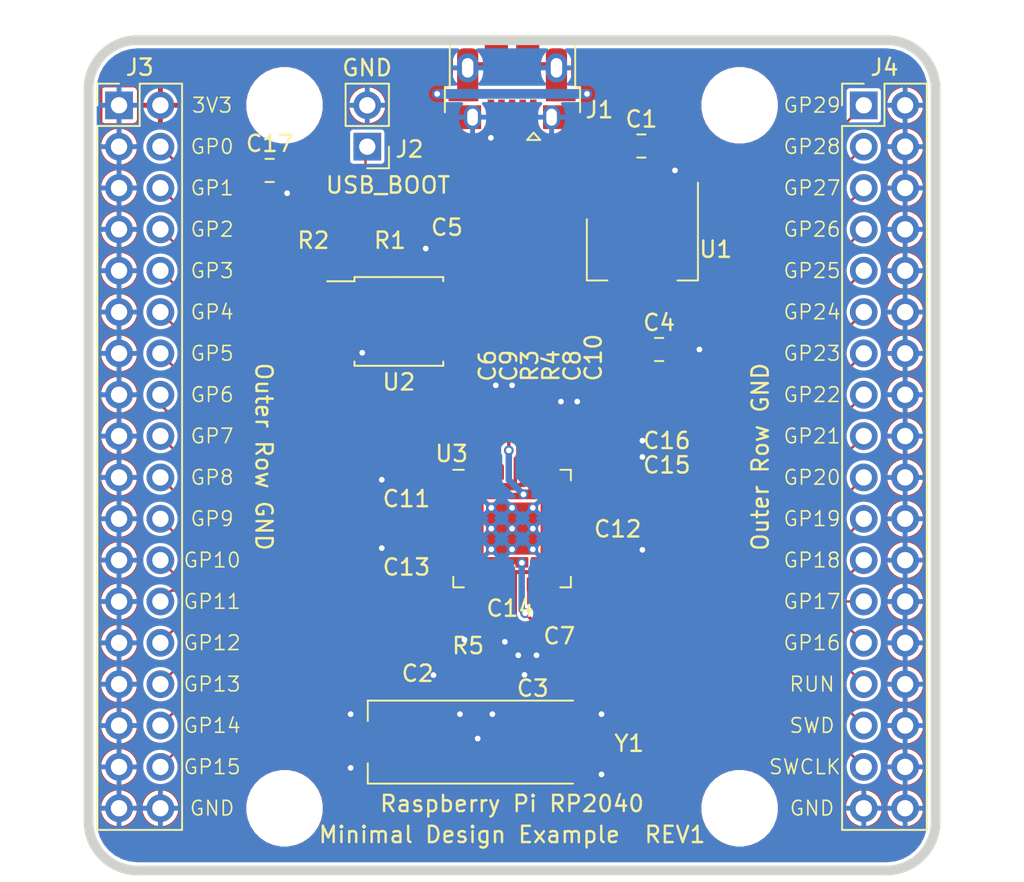
<source format=kicad_pcb>
(kicad_pcb (version 20211014) (generator pcbnew)
  (title_block (title "RP2040 Minimal Design Example") (date "2020-07-13") (rev "REV1") (company "Raspberry Pi (Trading) Ltd"))
  (layers (0 "F.Cu" signal) (31 "B.Cu" signal) (34 "B.Paste" user) (35 "F.Paste" user) (36 "B.SilkS" user "B.Silkscreen") (37 "F.SilkS" user "F.Silkscreen") (38 "B.Mask" user) (39 "F.Mask" user) (44 "Edge.Cuts" user))
  (net 0 "")
  (net 1 "GND")
  (net 2 "VBUS")
  (net 3 "/XIN")
  (net 4 "/XOUT")
  (net 5 "+3V3")
  (net 6 "+1V1")
  (net 7 "Net-(J1-Pad4)")
  (net 8 "/~{USB_BOOT}")
  (net 9 "/GPIO15")
  (net 10 "/GPIO14")
  (net 11 "/GPIO13")
  (net 12 "/GPIO12")
  (net 13 "/GPIO11")
  (net 14 "/GPIO10")
  (net 15 "/GPIO9")
  (net 16 "/GPIO8")
  (net 17 "/GPIO7")
  (net 18 "/GPIO6")
  (net 19 "/GPIO5")
  (net 20 "/GPIO4")
  (net 21 "/GPIO3")
  (net 22 "/GPIO2")
  (net 23 "/GPIO1")
  (net 24 "/GPIO0")
  (net 25 "/GPIO29_ADC3")
  (net 26 "/GPIO28_ADC2")
  (net 27 "/GPIO27_ADC1")
  (net 28 "/GPIO26_ADC0")
  (net 29 "/GPIO25")
  (net 30 "/GPIO24")
  (net 31 "/GPIO23")
  (net 32 "/GPIO22")
  (net 33 "/GPIO21")
  (net 34 "/GPIO20")
  (net 35 "/GPIO19")
  (net 36 "/GPIO18")
  (net 37 "/GPIO17")
  (net 38 "/GPIO16")
  (net 39 "/RUN")
  (net 40 "/SWD")
  (net 41 "/SWCLK")
  (net 42 "/QSPI_SS")
  (net 43 "Net-(R3-Pad2)")
  (net 44 "Net-(R4-Pad2)")
  (net 45 "/QSPI_SD3")
  (net 46 "/QSPI_SCLK")
  (net 47 "/QSPI_SD0")
  (net 48 "/QSPI_SD2")
  (net 49 "/QSPI_SD1")
  (net 50 "/USB_D+")
  (net 51 "/USB_D-")
  (net 52 "Net-(C3-Pad1)")
  (footprint "Capacitor_SMD:C_0805_2012Metric" (layer "F.Cu") (at 109.025 89)
    (fp_text reference "C4")
    (fp_text value "10u")
  )
  (footprint "RP2040_minimal:USB_Micro-B_Amphenol_10103594-0001LF_Horizontal_modified" (layer "F.Cu") (at 100 71.7 180)
    (fp_text reference "J1")
    (fp_text value "USB_B_Micro")
  )
  (footprint "Connector_PinHeader_2.54mm:PinHeader_1x02_P2.54mm_Vertical" (layer "F.Cu") (at 91.11 76.54 180)
    (fp_text reference "J2")
    (fp_text value "Conn_01x02")
  )
  (footprint "Connector_PinHeader_2.54mm:PinHeader_2x18_P2.54mm_Vertical" (layer "F.Cu") (at 75.87 74)
    (fp_text reference "J3")
    (fp_text value "Conn_02x18_Odd_Even")
  )
  (footprint "Capacitor_SMD:C_0402_1005Metric" (layer "F.Cu") (at 104 93.515 90)
    (fp_text reference "C10")
    (fp_text value "1u")
  )
  (footprint "Capacitor_SMD:C_0402_1005Metric" (layer "F.Cu") (at 103 93.515 90)
    (fp_text reference "C8")
    (fp_text value "1u")
  )
  (footprint "Capacitor_SMD:C_0402_1005Metric" (layer "F.Cu") (at 93.515 101.2 180)
    (fp_text reference "C13")
    (fp_text value "100n")
  )
  (footprint "Capacitor_SMD:C_0402_1005Metric" (layer "F.Cu") (at 96.185 82.83 180)
    (fp_text reference "C5")
    (fp_text value "100n")
  )
  (footprint "Capacitor_SMD:C_0402_1005Metric" (layer "F.Cu") (at 89.5 82.315 -90)
    (fp_text reference "R2")
    (fp_text value "DNF")
  )
  (footprint "Connector_PinHeader_2.54mm:PinHeader_2x18_P2.54mm_Vertical" (layer "F.Cu") (at 121.59 74)
    (fp_text reference "J4")
    (fp_text value "Conn_02x18_Odd_Even")
  )
  (footprint "Package_TO_SOT_SMD:SOT-223-3_TabPin2" (layer "F.Cu") (at 108 82.85 -90)
    (fp_text reference "U1")
    (fp_text value "NCP1117-3.3_SOT223")
  )
  (footprint "Package_SO:SOIC-8_5.23x5.23mm_P1.27mm" (layer "F.Cu") (at 93.05 87.275)
    (fp_text reference "U2")
    (fp_text value "W25Q128JVS")
  )
  (footprint "Capacitor_SMD:C_0402_1005Metric" (layer "F.Cu") (at 99.485 109)
    (fp_text reference "C3")
    (fp_text value "27p")
  )
  (footprint "Capacitor_SMD:C_0402_1005Metric" (layer "F.Cu") (at 91 82.315 90)
    (fp_text reference "R1")
    (fp_text value "1k")
  )
  (footprint "Capacitor_SMD:C_0402_1005Metric" (layer "F.Cu") (at 100 92.515 90)
    (fp_text reference "C9")
    (fp_text value "100n")
  )
  (footprint "Capacitor_SMD:C_0402_1005Metric" (layer "F.Cu") (at 106.485 101.2)
    (fp_text reference "C12")
    (fp_text value "100n")
  )
  (footprint "Capacitor_SMD:C_0402_1005Metric" (layer "F.Cu") (at 100.381 106.485 -90)
    (fp_text reference "C14")
    (fp_text value "100n")
  )
  (footprint "Capacitor_SMD:C_0402_1005Metric" (layer "F.Cu") (at 101 93.515 -90)
    (fp_text reference "R3")
    (fp_text value "27")
  )
  (footprint "Capacitor_SMD:C_0402_1005Metric" (layer "F.Cu") (at 101.5 106.485 -90)
    (fp_text reference "C7")
    (fp_text value "100n")
  )
  (footprint "Capacitor_SMD:C_0805_2012Metric" (layer "F.Cu") (at 107.9375 76.5)
    (fp_text reference "C1")
    (fp_text value "10u")
  )
  (footprint "Capacitor_SMD:C_0402_1005Metric" (layer "F.Cu") (at 93.515 97 180)
    (fp_text reference "C11")
    (fp_text value "100n")
  )
  (footprint "Capacitor_SMD:C_0402_1005Metric" (layer "F.Cu") (at 106.485 94.6)
    (fp_text reference "C16")
    (fp_text value "100n")
  )
  (footprint "RP2040_minimal:RP2040-QFN-56" (layer "F.Cu") (at 100 100)
    (fp_text reference "U3")
    (fp_text value "RP2040")
  )
  (footprint "Capacitor_SMD:C_0402_1005Metric" (layer "F.Cu") (at 96.515 109 180)
    (fp_text reference "C2")
    (fp_text value "27p")
  )
  (footprint "MountingHole:MountingHole_2.7mm_M2.5" (layer "F.Cu") (at 113.97 74)
    (fp_text reference "H2" hide)
    (fp_text value "MountingHole")
  )
  (footprint "Capacitor_SMD:C_0402_1005Metric" (layer "F.Cu") (at 102 93.515 -90)
    (fp_text reference "R4")
    (fp_text value "27")
  )
  (footprint "MountingHole:MountingHole_2.7mm_M2.5" (layer "F.Cu") (at 113.97 117.18)
    (fp_text reference "H3" hide)
    (fp_text value "MountingHole")
  )
  (footprint "Capacitor_SMD:C_0402_1005Metric" (layer "F.Cu") (at 99 92.515 90)
    (fp_text reference "C6")
    (fp_text value "100n")
  )
  (footprint "Capacitor_SMD:C_0402_1005Metric" (layer "F.Cu") (at 106.485 96)
    (fp_text reference "C15")
    (fp_text value "100n")
  )
  (footprint "Capacitor_SMD:C_0402_1005Metric" (layer "F.Cu") (at 98.7 107.115 -90)
    (fp_text reference "R5")
    (fp_text value "1k")
  )
  (footprint "MountingHole:MountingHole_2.7mm_M2.5" (layer "F.Cu") (at 86.03 74)
    (fp_text reference "H1" hide)
    (fp_text value "MountingHole")
  )
  (footprint "MountingHole:MountingHole_2.7mm_M2.5" (layer "F.Cu") (at 86.03 117.18)
    (fp_text reference "H4" hide)
    (fp_text value "MountingHole")
  )
  (footprint "RP2040_minimal:Crystal_SMD_HC49-US" (layer "F.Cu") (at 97.841 113.116)
    (fp_text reference "Y1")
    (fp_text value "ABLS-12.000MHZ-B4-T")
  )
  (footprint "Capacitor_SMD:C_0805_2012Metric" (layer "F.Cu") (at 85.115 78)
    (fp_text reference "C17")
    (fp_text value "10u")
  )
  (gr_line (start 123 121) (end 77 121) (layer "Edge.Cuts") (width 0.6))
  (gr_line (start 126 73) (end 126 118) (layer "Edge.Cuts") (width 0.6))
  (gr_line (start 77 70) (end 123 70) (layer "Edge.Cuts") (width 0.6))
  (gr_line (start 74 118) (end 74 73) (layer "Edge.Cuts") (width 0.6))
  (gr_arc (start 123 70) (mid 125.12132 70.87868) (end 126 73) (layer "Edge.Cuts") (width 0.6))
  (gr_arc (start 77 121) (mid 74.87868 120.12132) (end 74 118) (layer "Edge.Cuts") (width 0.6))
  (gr_arc (start 126 118) (mid 125.12132 120.12132) (end 123 121) (layer "Edge.Cuts") (width 0.6))
  (gr_arc (start 74 73) (mid 74.87868 70.87868) (end 77 70) (layer "Edge.Cuts") (width 0.6))
  (gr_text "GP1" (at 81.585 79.08) (layer "F.SilkS") (effects (font (size 0.9 0.9) (thickness 0.1))))
  (gr_text "GP2" (at 81.585 81.62) (layer "F.SilkS") (effects (font (size 0.9 0.9) (thickness 0.1))))
  (gr_text "GP3" (at 81.585 84.16) (layer "F.SilkS") (effects (font (size 0.9 0.9) (thickness 0.1))))
  (gr_text "GP4" (at 81.585 86.7) (layer "F.SilkS") (effects (font (size 0.9 0.9) (thickness 0.1))))
  (gr_text "GP5" (at 81.585 89.24) (layer "F.SilkS") (effects (font (size 0.9 0.9) (thickness 0.1))))
  (gr_text "GP6" (at 81.585 91.78) (layer "F.SilkS") (effects (font (size 0.9 0.9) (thickness 0.1))))
  (gr_text "GP7" (at 81.585 94.32) (layer "F.SilkS") (effects (font (size 0.9 0.9) (thickness 0.1))))
  (gr_text "GP8" (at 81.585 96.86) (layer "F.SilkS") (effects (font (size 0.9 0.9) (thickness 0.1))))
  (gr_text "GP9" (at 81.585 99.4) (layer "F.SilkS") (effects (font (size 0.9 0.9) (thickness 0.1))))
  (gr_text "GP11" (at 81.585 104.48) (layer "F.SilkS") (effects (font (size 0.9 0.9) (thickness 0.1))))
  (gr_text "GP10" (at 81.585 101.94) (layer "F.SilkS") (effects (font (size 0.9 0.9) (thickness 0.1))))
  (gr_text "GP12" (at 81.585 107.02) (layer "F.SilkS") (effects (font (size 0.9 0.9) (thickness 0.1))))
  (gr_text "GP13" (at 81.585 109.56) (layer "F.SilkS") (effects (font (size 0.9 0.9) (thickness 0.1))))
  (gr_text "GP15" (at 81.585 114.64) (layer "F.SilkS") (effects (font (size 0.9 0.9) (thickness 0.1))))
  (gr_text "GP14" (at 81.585 112.1) (layer "F.SilkS") (effects (font (size 0.9 0.9) (thickness 0.1))))
  (gr_text "GP28" (at 118.415 76.54) (layer "F.SilkS") (effects (font (size 0.9 0.9) (thickness 0.1))))
  (gr_text "GP27" (at 118.415 79.08) (layer "F.SilkS") (effects (font (size 0.9 0.9) (thickness 0.1))))
  (gr_text "GP26" (at 118.415 81.62) (layer "F.SilkS") (effects (font (size 0.9 0.9) (thickness 0.1))))
  (gr_text "GP25" (at 118.415 84.16) (layer "F.SilkS") (effects (font (size 0.9 0.9) (thickness 0.1))))
  (gr_text "GP24" (at 118.415 86.7) (layer "F.SilkS") (effects (font (size 0.9 0.9) (thickness 0.1))))
  (gr_text "GP23" (at 118.415 89.24) (layer "F.SilkS") (effects (font (size 0.9 0.9) (thickness 0.1))))
  (gr_text "GP21" (at 118.415 94.32) (layer "F.SilkS") (effects (font (size 0.9 0.9) (thickness 0.1))))
  (gr_text "GP20" (at 118.415 96.86) (layer "F.SilkS") (effects (font (size 0.9 0.9) (thickness 0.1))))
  (gr_text "GP19" (at 118.415 99.4) (layer "F.SilkS") (effects (font (size 0.9 0.9) (thickness 0.1))))
  (gr_text "GP17" (at 118.415 104.48) (layer "F.SilkS") (effects (font (size 0.9 0.9) (thickness 0.1))))
  (gr_text "GP22" (at 118.415 91.78) (layer "F.SilkS") (effects (font (size 0.9 0.9) (thickness 0.1))))
  (gr_text "GP18" (at 118.415 101.94) (layer "F.SilkS") (effects (font (size 0.9 0.9) (thickness 0.1))))
  (gr_text "SWCLK" (at 117.9705 114.64) (layer "F.SilkS") (effects (font (size 0.9 0.9) (thickness 0.1))))
  (gr_text "SWD" (at 118.415 112.1) (layer "F.SilkS") (effects (font (size 0.9 0.9) (thickness 0.1))))
  (gr_text "GP16" (at 118.415 107.02) (layer "F.SilkS") (effects (font (size 0.9 0.9) (thickness 0.1))))
  (gr_text "RUN" (at 118.415 109.56) (layer "F.SilkS") (effects (font (size 0.9 0.9) (thickness 0.1))))
  (gr_text "GND" (at 81.585 117.18) (layer "F.SilkS") (effects (font (size 0.9 0.9) (thickness 0.1))))
  (gr_text "GND" (at 118.415 117.18) (layer "F.SilkS") (effects (font (size 0.9 0.9) (thickness 0.1))))
  (gr_text "GP29" (at 118.415 74) (layer "F.SilkS") (effects (font (size 0.9 0.9) (thickness 0.1))))
  (gr_text "Outer Row GND" (at 84.76 95.59 270) (layer "F.SilkS") (effects (font (size 1 1))))
  (gr_text "Outer Row GND" (at 115.24 95.59 90) (layer "F.SilkS") (effects (font (size 1 1))))
  (gr_text "Raspberry Pi RP2040" (at 100 116.9) (layer "F.SilkS") (effects (font (size 1 1))))
  (gr_text "GND" (at 91.1 71.7) (layer "F.SilkS") (effects (font (size 1 1))))
  (gr_text "3V3" (at 81.585 74) (layer "F.SilkS") (effects (font (size 0.9 0.9) (thickness 0.1))))
  (gr_text "GP0" (at 81.585 76.54) (layer "F.SilkS") (effects (font (size 0.9 0.9) (thickness 0.1))))
  (gr_text "\nUSB_BOOT" (at 92.38 78.1) (layer "F.SilkS") (effects (font (size 1 1))))
  (gr_text "Minimal Design Example  REV1" (at 100 118.8) (layer "F.SilkS") (effects (font (size 1 1))))
  (segment (start 93.03 101.2) (end 92 101.2) (width 0.2) (layer "F.Cu") (net 1))
  (segment (start 99 92.03) (end 99 91.200008) (width 0.2) (layer "F.Cu") (net 1))
  (segment (start 99.5555 108.2655) (end 99.5555 108.0995) (width 0.15) (layer "F.Cu") (net 1))
  (segment (start 104 93.03) (end 104 92.2) (width 0.2) (layer "F.Cu") (net 1))
  (segment (start 89.45 89.18) (end 90.78 89.18) (width 0.2) (layer "F.Cu") (net 1))
  (segment (start 100 92.03) (end 100 91.2) (width 0.2) (layer "F.Cu") (net 1))
  (segment (start 106.97 96) (end 107.6 96) (width 0.15) (layer "F.Cu") (net 1))
  (segment (start 100.381 107.781984) (end 100.380994 107.78199) (width 0.2) (layer "F.Cu") (net 1))
  (segment (start 96.03 109) (end 95.174 109) (width 0.2) (layer "F.Cu") (net 1))
  (segment (start 95.375 82.8) (end 94.7 82.8) (width 0.2) (layer "F.Cu") (net 1))
  (segment (start 106.97 94.6) (end 108 94.6) (width 0.2) (layer "F.Cu") (net 1))
  (segment (start 98.7 74.6) (end 98.7 76) (width 0.2) (layer "F.Cu") (net 1))
  (segment (start 97.54 71.45) (end 97.27 71.72) (width 0.2) (layer "F.Cu") (net 1))
  (segment (start 103 93.03) (end 103 92.2) (width 0.2) (layer "F.Cu") (net 1))
  (segment (start 95.405 82.83) (end 95.375 82.8) (width 0.2) (layer "F.Cu") (net 1))
  (segment (start 110.3 79.7) (end 110.3 78.3) (width 0.2) (layer "F.Cu") (net 1))
  (segment (start 100.96 71.45) (end 102.46 71.45) (width 0.2) (layer "F.Cu") (net 1))
  (segment (start 99 113.35) (end 99 114.4) (width 0.2) (layer "F.Cu") (net 1))
  (segment (start 99.97 109) (end 100.7505 109) (width 0.15) (layer "F.Cu") (net 1))
  (segment (start 99.97 109) (end 99.97 108.68) (width 0.15) (layer "F.Cu") (net 1))
  (segment (start 86.14 78.95) (end 86.19 79) (width 0.15) (layer "F.Cu") (net 1))
  (segment (start 102.46 71.45) (end 102.73 71.72) (width 0.2) (layer "F.Cu") (net 1))
  (segment (start 96.8 111.65) (end 96.8 110.599974) (width 0.2) (layer "F.Cu") (net 1))
  (segment (start 108.875 76.5) (end 108.875 76.875) (width 0.2) (layer "F.Cu") (net 1))
  (segment (start 99 103.4375) (end 99 104.6545) (width 0.15) (layer "F.Cu") (net 1))
  (segment (start 99.97 108.68) (end 99.5555 108.2655) (width 0.15) (layer "F.Cu") (net 1))
  (segment (start 86.19 79) (end 86.19 79.1) (width 0.15) (layer "F.Cu") (net 1))
  (segment (start 99 104.6545) (end 97.079 106.5755) (width 0.15) (layer "F.Cu") (net 1))
  (segment (start 110.05 89) (end 111.5 89) (width 0.2) (layer "F.Cu") (net 1))
  (segment (start 107.075 101.305) (end 108 101.305) (width 0.2) (layer "F.Cu") (net 1))
  (segment (start 93.03 97) (end 92 97) (width 0.2) (layer "F.Cu") (net 1))
  (segment (start 100.7505 109) (end 100.762 108.9885) (width 0.15) (layer "F.Cu") (net 1))
  (segment (start 107.6 96) (end 108 95.6) (width 0.15) (layer "F.Cu") (net 1))
  (segment (start 99.04 71.45) (end 97.54 71.45) (width 0.2) (layer "F.Cu") (net 1))
  (segment (start 97.079 106.5755) (end 97.079 106.8295) (width 0.15) (layer "F.Cu") (net 1))
  (segment (start 100.381 106.97) (end 100.381 107.781984) (width 0.2) (layer "F.Cu") (net 1))
  (segment (start 108.875 76.875) (end 110 78) (width 0.2) (layer "F.Cu") (net 1))
  (segment (start 101.5 106.97) (end 101.5 107.782004) (width 0.2) (layer "F.Cu") (net 1))
  (segment (start 106.97 101.2) (end 107.075 101.305) (width 0.2) (layer "F.Cu") (net 1))
  (segment (start 86.14 78) (end 86.14 79.25) (width 0.15) (layer "F.Cu") (net 1))
  (segment (start 95.7 82.83) (end 95.405 82.83) (width 0.2) (layer "F.Cu") (net 1))
  (segment (start 90.78 89.18) (end 90.8 89.2) (width 0.2) (layer "F.Cu") (net 1))
  (segment (start 110.3 78.3) (end 110 78) (width 0.2) (layer "F.Cu") (net 1))
  (via (at 99.5555 106.9565) (size 0.6) (drill 0.35) (layers "F.Cu" "B.Cu") (net 1))
  (via (at 97.89 112.9) (size 0.6) (drill 0.35) (layers "F.Cu" "B.Cu") (net 1))
  (via (at 98.79 111.4) (size 0.6) (drill 0.35) (layers "F.Cu" "B.Cu") (net 1))
  (via (at 90.09 114.7) (size 0.6) (drill 0.35) (layers "F.Cu" "B.Cu") (net 1))
  (via (at 90.09 111.4) (size 0.6) (drill 0.35) (layers "F.Cu" "B.Cu") (net 1))
  (via (at 105.49 111.4) (size 0.6) (drill 0.35) (layers "F.Cu" "B.Cu") (net 1))
  (via (at 92 97) (size 0.6) (drill 0.35) (layers "F.Cu" "B.Cu") (net 1))
  (via (at 90.8 89.2) (size 0.6) (drill 0.35) (layers "F.Cu" "B.Cu") (net 1))
  (via (at 100 91.2) (size 0.6) (drill 0.35) (layers "F.Cu" "B.Cu") (net 1))
  (via (at 101.5 107.782004) (size 0.6) (drill 0.35) (layers "F.Cu" "B.Cu") (net 1))
  (via (at 86.19 79.4) (size 0.6) (drill 0.35) (layers "F.Cu" "B.Cu") (net 1))
  (via (at 92 101.2) (size 0.6) (drill 0.35) (layers "F.Cu" "B.Cu") (net 1))
  (via (at 105.49 115.1) (size 0.6) (drill 0.35) (layers "F.Cu" "B.Cu") (net 1))
  (via (at 95.174 109) (size 0.6) (drill 0.35) (layers "F.Cu" "B.Cu") (net 1))
  (via (at 110 78) (size 0.6) (drill 0.35) (layers "F.Cu" "B.Cu") (net 1))
  (via (at 100.380994 107.78199) (size 0.6) (drill 0.35) (layers "F.Cu" "B.Cu") (net 1))
  (via (at 97.079 106.8295) (size 0.6) (drill 0.35) (layers "F.Cu" "B.Cu") (net 1))
  (via (at 108 95.6) (size 0.6) (drill 0.35) (layers "F.Cu" "B.Cu") (net 1))
  (via (at 108 94.6) (size 0.6) (drill 0.35) (layers "F.Cu" "B.Cu") (net 1))
  (via (at 103 92.2) (size 0.6) (drill 0.35) (layers "F.Cu" "B.Cu") (net 1))
  (via (at 100.762 108.9885) (size 0.6) (drill 0.35) (layers "F.Cu" "B.Cu") (net 1))
  (via (at 108 101.305) (size 0.6) (drill 0.35) (layers "F.Cu" "B.Cu") (net 1))
  (via (at 104 92.2) (size 0.6) (drill 0.35) (layers "F.Cu" "B.Cu") (net 1))
  (via (at 98.7 76) (size 0.6) (drill 0.35) (layers "F.Cu" "B.Cu") (net 1))
  (via (at 111.5 89) (size 0.6) (drill 0.35) (layers "F.Cu" "B.Cu") (net 1))
  (via (at 99 91.200008) (size 0.6) (drill 0.35) (layers "F.Cu" "B.Cu") (net 1))
  (via (at 94.7 82.8) (size 0.6) (drill 0.35) (layers "F.Cu" "B.Cu") (net 1))
  (via (at 96.8 111.4) (size 0.6) (drill 0.35) (layers "F.Cu" "B.Cu") (net 1))
  (segment (start 104 93) (end 103.8 93) (width 0.2) (layer "B.Cu") (net 1))
  (segment (start 103.8 93) (end 103.299999 92.499999) (width 0.2) (layer "B.Cu") (net 1))
  (segment (start 103.299999 92.499999) (end 103 92.2) (width 0.2) (layer "B.Cu") (net 1))
  (segment (start 101.3 74.525) (end 101.3 75.5) (width 0.4) (layer "F.Cu") (net 2))
  (segment (start 101.3 75.5) (end 102.1 76.3) (width 0.4) (layer "F.Cu") (net 2))
  (segment (start 96.317 113.116) (end 93.341 113.116) (width 0.15) (layer "F.Cu") (net 3))
  (segment (start 97.8 108.2) (end 97 109) (width 0.15) (layer "F.Cu") (net 3))
  (segment (start 99.4 103.4375) (end 99.4 104.937861) (width 0.15) (layer "F.Cu") (net 3))
  (segment (start 97 109) (end 97.6505 109.6505) (width 0.15) (layer "F.Cu") (net 3))
  (segment (start 97.6505 109.6505) (end 97.6505 111.7825) (width 0.15) (layer "F.Cu") (net 3))
  (segment (start 97.8 106.537861) (end 97.8 108.2) (width 0.15) (layer "F.Cu") (net 3))
  (segment (start 97.6505 111.7825) (end 96.317 113.116) (width 0.15) (layer "F.Cu") (net 3))
  (segment (start 99.4 104.937861) (end 97.8 106.537861) (width 0.15) (layer "F.Cu") (net 3))
  (segment (start 98.7 106.2) (end 98.7 106.63) (width 0.15) (layer "F.Cu") (net 4))
  (segment (start 99.8 103.4375) (end 99.8 105.1) (width 0.15) (layer "F.Cu") (net 4))
  (segment (start 99.8 105.1) (end 98.7 106.2) (width 0.15) (layer "F.Cu") (net 4))
  (segment (start 96.5625 101) (end 94.2 101) (width 0.2) (layer "F.Cu") (net 5))
  (segment (start 100.2 105.5055) (end 100.381 105.6865) (width 0.2) (layer "F.Cu") (net 5))
  (segment (start 100.2 95.7) (end 100.2 96.5625) (width 0.2) (layer "F.Cu") (net 5))
  (segment (start 100.9525 106.2515) (end 100.9525 108.163) (width 0.15) (layer "F.Cu") (net 5))
  (segment (start 100.381 106) (end 100.701 106) (width 0.15) (layer "F.Cu") (net 5))
  (segment (start 100.2 97.4) (end 100.2 97) (width 0.2) (layer "F.Cu") (net 5))
  (segment (start 102.2 96.5625) (end 102.2 96.1) (width 0.2) (layer "F.Cu") (net 5))
  (segment (start 102.2 96.1) (end 103.6 94.7) (width 0.2) (layer "F.Cu") (net 5))
  (segment (start 102.2 96.5625) (end 102.2 97.2) (width 0.2) (layer "F.Cu") (net 5))
  (segment (start 103.4375 101) (end 102.6 101) (width 0.2) (layer "F.Cu") (net 5))
  (segment (start 100.6 96.5625) (end 100.6 95.799998) (width 0.2) (layer "F.Cu") (net 5))
  (segment (start 100.350001 95.549999) (end 100.2 95.7) (width 0.2) (layer "F.Cu") (net 5))
  (segment (start 100.6 97.2) (end 100.4 97.4) (width 0.2) (layer "F.Cu") (net 5))
  (segment (start 94.2 101) (end 94 101.2) (width 0.2) (layer "F.Cu") (net 5))
  (segment (start 96.5625 101) (end 97.4 101) (width 0.2) (layer "F.Cu") (net 5))
  (segment (start 102.2 97.2) (end 102.4 97.4) (width 0.2) (layer "F.Cu") (net 5))
  (segment (start 105.8 101) (end 106 101.2) (width 0.2) (layer "F.Cu") (net 5))
  (segment (start 100.381 105.6865) (end 100.381 106) (width 0.2) (layer "F.Cu") (net 5))
  (segment (start 96.5625 97.4) (end 95.7 97.4) (width 0.2) (layer "F.Cu") (net 5))
  (segment (start 101.096505 108.307005) (end 102.141995 108.307005) (width 0.15) (layer "F.Cu") (net 5))
  (segment (start 100.2 103.4375) (end 100.2 105.5055) (width 0.2) (layer "F.Cu") (net 5))
  (segment (start 96.65 85.37) (end 96.65 82.85) (width 0.2) (layer "F.Cu") (net 5))
  (segment (start 108 86) (end 108 89) (width 0.2) (layer "F.Cu") (net 5))
  (segment (start 100 93) (end 100 93.762534) (width 0.2) (layer "F.Cu") (net 5))
  (segment (start 103.4375 97.4) (end 102.6 97.4) (width 0.2) (layer "F.Cu") (net 5))
  (segment (start 100.2 103.4375) (end 100.2 102.8) (width 0.2) (layer "F.Cu") (net 5))
  (segment (start 100.6 96.5625) (end 100.6 97.2) (width 0.2) (layer "F.Cu") (net 5))
  (segment (start 100.701 106) (end 100.9525 106.2515) (width 0.15) (layer "F.Cu") (net 5))
  (segment (start 100.6 95.799998) (end 100.350001 95.549999) (width 0.2) (layer "F.Cu") (net 5))
  (segment (start 96.65 82.85) (end 96.67 82.83) (width 0.2) (layer "F.Cu") (net 5))
  (segment (start 100.350001 94.112535) (end 100.350001 95.549999) (width 0.2) (layer "F.Cu") (net 5))
  (segment (start 100.2 102.8) (end 100 102.6) (width 0.2) (layer "F.Cu") (net 5))
  (segment (start 100 93.762534) (end 100.350001 94.112535) (width 0.2) (layer "F.Cu") (net 5))
  (segment (start 100.2 96.5625) (end 100.2 97.4) (width 0.2) (layer "F.Cu") (net 5))
  (segment (start 74.7 72.9) (end 74.7 75.2) (width 0.3) (layer "F.Cu") (net 5))
  (segment (start 103.4375 101) (end 105.8 101) (width 0.2) (layer "F.Cu") (net 5))
  (segment (start 96.5625 97.4) (end 97.4 97.4) (width 0.2) (layer "F.Cu") (net 5))
  (segment (start 102.6 96.5625) (end 102.6 97.4) (width 0.2) (layer "F.Cu") (net 5))
  (segment (start 100.9525 108.163) (end 101.096505 108.307005) (width 0.15) (layer "F.Cu") (net 5))
  (via (at 104.6 73.3) (size 0.6) (drill 0.35) (layers "F.Cu" "B.Cu") (net 5))
  (via (at 95.4 73.3) (size 0.6) (drill 0.35) (layers "F.Cu" "B.Cu") (net 5))
  (segment (start 104.6 73.3) (end 95.4 73.3) (width 0.6) (layer "B.Cu") (net 5))
  (segment (start 99.8 96.5625) (end 99.8 95.199994) (width 0.2) (layer "F.Cu") (net 6))
  (segment (start 100.6 103.4375) (end 100.6 105) (width 0.2) (layer "F.Cu") (net 6))
  (segment (start 100.5 97.9) (end 100.7 97.9) (width 0.15) (layer "F.Cu") (net 6))
  (segment (start 101.8 95.8) (end 103 94.6) (width 0.2) (layer "F.Cu") (net 6))
  (segment (start 103 94.6) (end 103 94) (width 0.2) (layer "F.Cu") (net 6))
  (segment (start 100.4 98) (end 100.5 97.9) (width 0.15) (layer "F.Cu") (net 6))
  (segment (start 101.5 106) (end 101.5 105.9) (width 0.2) (layer "F.Cu") (net 6))
  (segment (start 99 93.295) (end 99.8 94.095) (width 0.2) (layer "F.Cu") (net 6))
  (segment (start 100.6 105) (end 100.8 105.2) (width 0.2) (layer "F.Cu") (net 6))
  (segment (start 99 93) (end 99 93.295) (width 0.2) (layer "F.Cu") (net 6))
  (segment (start 99.8 94.095) (end 99.8 94.77573) (width 0.2) (layer "F.Cu") (net 6))
  (segment (start 101.5 105.9) (end 100.8 105.2) (width 0.2) (layer "F.Cu") (net 6))
  (segment (start 99.8 94.77573) (end 99.8 95.199994) (width 0.2) (layer "F.Cu") (net 6))
  (segment (start 101.8 96.5625) (end 101.8 97.4) (width 0.2) (layer "F.Cu") (net 6))
  (segment (start 101.8 96.5625) (end 101.8 95.8) (width 0.2) (layer "F.Cu") (net 6))
  (via (at 99.8 95.199994) (size 0.6) (drill 0.35) (layers "F.Cu" "B.Cu") (net 6))
  (via (at 100.7 97.9) (size 0.6) (drill 0.35) (layers "F.Cu" "B.Cu") (net 6))
  (via (at 100.8 105.2) (size 0.6) (drill 0.35) (layers "F.Cu" "B.Cu") (net 6))
  (via (at 100.59997 102.1) (size 0.6) (drill 0.35) (layers "F.Cu" "B.Cu") (net 6))
  (segment (start 100.8 105.2) (end 100.59 104.99) (width 0.4) (layer "B.Cu") (net 6))
  (segment (start 99.8 97.01) (end 100.69 97.9) (width 0.4) (layer "B.Cu") (net 6))
  (segment (start 100.59 104.99) (end 100.59 102.10997) (width 0.4) (layer "B.Cu") (net 6))
  (segment (start 99.8 95.199994) (end 99.8 97.01) (width 0.4) (layer "B.Cu") (net 6))
  (segment (start 100.69 97.9) (end 100.7 97.9) (width 0.4) (layer "B.Cu") (net 6))
  (segment (start 100.59 102.10997) (end 100.59997 102.1) (width 0.4) (layer "B.Cu") (net 6))
  (segment (start 91 76.65) (end 91.11 76.54) (width 0.15) (layer "F.Cu") (net 8))
  (segment (start 91 81.83) (end 91 76.65) (width 0.15) (layer "F.Cu") (net 8))
  (segment (start 96.687861 106.35) (end 86.7 106.35) (width 0.15) (layer "F.Cu") (net 9))
  (segment (start 86.7 106.35) (end 78.41 114.64) (width 0.15) (layer "F.Cu") (net 9))
  (segment (start 98.6 104.437861) (end 96.687861 106.35) (width 0.15) (layer "F.Cu") (net 9))
  (segment (start 98.6 103.4375) (end 98.6 104.437861) (width 0.15) (layer "F.Cu") (net 9))
  (segment (start 98.2 103.4375) (end 98.2 104.19) (width 0.15) (layer "F.Cu") (net 10))
  (segment (start 96.675 105.715) (end 84.795 105.715) (width 0.15) (layer "F.Cu") (net 10))
  (segment (start 98.2 104.19) (end 96.675 105.715) (width 0.15) (layer "F.Cu") (net 10))
  (segment (start 84.795 105.715) (end 78.41 112.1) (width 0.15) (layer "F.Cu") (net 10))
  (segment (start 82.89 105.08) (end 78.41 109.56) (width 0.15) (layer "F.Cu") (net 11))
  (segment (start 96.595 105.08) (end 82.89 105.08) (width 0.15) (layer "F.Cu") (net 11))
  (segment (start 97.8 103.4375) (end 97.8 103.875) (width 0.15) (layer "F.Cu") (net 11))
  (segment (start 97.8 103.875) (end 96.595 105.08) (width 0.15) (layer "F.Cu") (net 11))
  (segment (start 97.3 103.5375) (end 97.0975 103.5375) (width 0.15) (layer "F.Cu") (net 12))
  (segment (start 97.4 103.4375) (end 97.3 103.5375) (width 0.15) (layer "F.Cu") (net 12))
  (segment (start 96.19 104.445) (end 80.985 104.445) (width 0.15) (layer "F.Cu") (net 12))
  (segment (start 97.0975 103.5375) (end 96.19 104.445) (width 0.15) (layer "F.Cu") (net 12))
  (segment (start 80.985 104.445) (end 78.41 107.02) (width 0.15) (layer "F.Cu") (net 12))
  (segment (start 96.13 102.6) (end 94.92 103.81) (width 0.15) (layer "F.Cu") (net 13))
  (segment (start 94.92 103.81) (end 79.08 103.81) (width 0.15) (layer "F.Cu") (net 13))
  (segment (start 96.5625 102.6) (end 96.13 102.6) (width 0.15) (layer "F.Cu") (net 13))
  (segment (start 79.08 103.81) (end 78.41 104.48) (width 0.15) (layer "F.Cu") (net 13))
  (segment (start 96.5625 102.2) (end 95.26 102.2) (width 0.15) (layer "F.Cu") (net 14))
  (segment (start 95.26 102.2) (end 94.285 103.175) (width 0.15) (layer "F.Cu") (net 14))
  (segment (start 94.285 103.175) (end 79.645 103.175) (width 0.15) (layer "F.Cu") (net 14))
  (segment (start 79.645 103.175) (end 78.41 101.94) (width 0.15) (layer "F.Cu") (net 14))
  (segment (start 96.5625 101.8) (end 95.025 101.8) (width 0.15) (layer "F.Cu") (net 15))
  (segment (start 95.025 101.8) (end 94.285 102.54) (width 0.15) (layer "F.Cu") (net 15))
  (segment (start 81.55 102.54) (end 78.41 99.4) (width 0.15) (layer "F.Cu") (net 15))
  (segment (start 94.285 102.54) (end 81.55 102.54) (width 0.15) (layer "F.Cu") (net 15))
  (segment (start 94.285 101.905) (end 83.455 101.905) (width 0.15) (layer "F.Cu") (net 16))
  (segment (start 96.5625 101.4) (end 94.79 101.4) (width 0.15) (layer "F.Cu") (net 16))
  (segment (start 94.79 101.4) (end 94.285 101.905) (width 0.15) (layer "F.Cu") (net 16))
  (segment (start 83.455 101.905) (end 78.41 96.86) (width 0.15) (layer "F.Cu") (net 16))
  (segment (start 96.5625 100.6) (end 84.69 100.6) (width 0.15) (layer "F.Cu") (net 17))
  (segment (start 84.69 100.6) (end 78.41 94.32) (width 0.15) (layer "F.Cu") (net 17))
  (segment (start 86.23 100.2) (end 78.41 92.38) (width 0.15) (layer "F.Cu") (net 18))
  (segment (start 78.41 92.38) (end 78.41 91.78) (width 0.15) (layer "F.Cu") (net 18))
  (segment (start 96.5625 100.2) (end 86.23 100.2) (width 0.15) (layer "F.Cu") (net 18))
  (segment (start 96.5625 99.8) (end 87.1 99.8) (width 0.15) (layer "F.Cu") (net 19))
  (segment (start 87.1 99.8) (end 79.68 92.38) (width 0.15) (layer "F.Cu") (net 19))
  (segment (start 79.68 92.38) (end 79.68 90.51) (width 0.15) (layer "F.Cu") (net 19))
  (segment (start 79.68 90.51) (end 78.41 89.24) (width 0.15) (layer "F.Cu") (net 19))
  (segment (start 87.97 99.4) (end 80.95 92.38) (width 0.15) (layer "F.Cu") (net 20))
  (segment (start 80.95 92.38) (end 80.95 89.24) (width 0.15) (layer "F.Cu") (net 20))
  (segment (start 80.95 89.24) (end 78.41 86.7) (width 0.15) (layer "F.Cu") (net 20))
  (segment (start 96.5625 99.4) (end 87.97 99.4) (width 0.15) (layer "F.Cu") (net 20))
  (segment (start 78.4275 84.16) (end 78.41 84.16) (width 0.15) (layer "F.Cu") (net 21))
  (segment (start 82.22 92.38) (end 82.22 87.9525) (width 0.15) (layer "F.Cu") (net 21))
  (segment (start 96.5625 99) (end 88.84 99) (width 0.15) (layer "F.Cu") (net 21))
  (segment (start 88.84 99) (end 82.22 92.38) (width 0.15) (layer "F.Cu") (net 21))
  (segment (start 82.22 87.9525) (end 78.4275 84.16) (width 0.15) (layer "F.Cu") (net 21))
  (segment (start 89.71 98.6) (end 83.49 92.38) (width 0.15) (layer "F.Cu") (net 22))
  (segment (start 96.5625 98.6) (end 89.71 98.6) (width 0.15) (layer "F.Cu") (net 22))
  (segment (start 83.49 92.38) (end 83.49 86.6825) (width 0.15) (layer "F.Cu") (net 22))
  (segment (start 83.49 86.6825) (end 78.4275 81.62) (width 0.15) (layer "F.Cu") (net 22))
  (segment (start 78.4275 81.62) (end 78.41 81.62) (width 0.15) (layer "F.Cu") (net 22))
  (segment (start 84.76 85.4125) (end 78.4275 79.08) (width 0.15) (layer "F.Cu") (net 23))
  (segment (start 96.5625 98.2) (end 90.58 98.2) (width 0.15) (layer "F.Cu") (net 23))
  (segment (start 84.76 92.38) (end 84.76 85.4125) (width 0.15) (layer "F.Cu") (net 23))
  (segment (start 90.58 98.2) (end 84.76 92.38) (width 0.15) (layer "F.Cu") (net 23))
  (segment (start 78.4275 79.08) (end 78.41 79.08) (width 0.15) (layer "F.Cu") (net 23))
  (segment (start 91.45 97.8) (end 86.03 92.38) (width 0.15) (layer "F.Cu") (net 24))
  (segment (start 96.5625 97.8) (end 91.45 97.8) (width 0.15) (layer "F.Cu") (net 24))
  (segment (start 86.03 92.38) (end 86.03 84.16) (width 0.15) (layer "F.Cu") (net 24))
  (segment (start 86.03 84.16) (end 78.41 76.54) (width 0.15) (layer "F.Cu") (net 24))
  (segment (start 112.065 83.51625) (end 121.58125 74) (width 0.15) (layer "F.Cu") (net 25))
  (segment (start 121.58125 74) (end 121.59 74) (width 0.15) (layer "F.Cu") (net 25))
  (segment (start 103.4375 97.8) (end 106.645 97.8) (width 0.15) (layer "F.Cu") (net 25))
  (segment (start 112.065 92.38) (end 112.065 83.51625) (width 0.15) (layer "F.Cu") (net 25))
  (segment (start 106.645 97.8) (end 112.065 92.38) (width 0.15) (layer "F.Cu") (net 25))
  (segment (start 107.515 98.2) (end 113.335 92.38) (width 0.15) (layer "F.Cu") (net 26))
  (segment (start 113.335 84.795) (end 120.93 77.2) (width 0.15) (layer "F.Cu") (net 26))
  (segment (start 103.4375 98.2) (end 107.515 98.2) (width 0.15) (layer "F.Cu") (net 26))
  (segment (start 120.93 77.2) (end 121.59 76.54) (width 0.15) (layer "F.Cu") (net 26))
  (segment (start 113.335 92.38) (end 113.335 84.795) (width 0.15) (layer "F.Cu") (net 26))
  (segment (start 103.4375 98.6) (end 108.385 98.6) (width 0.15) (layer "F.Cu") (net 27))
  (segment (start 120.92 79.75) (end 121.59 79.08) (width 0.15) (layer "F.Cu") (net 27))
  (segment (start 114.605 86.065) (end 120.92 79.75) (width 0.15) (layer "F.Cu") (net 27))
  (segment (start 114.605 92.38) (end 114.605 86.065) (width 0.15) (layer "F.Cu") (net 27))
  (segment (start 108.385 98.6) (end 114.605 92.38) (width 0.15) (layer "F.Cu") (net 27))
  (segment (start 115.875 92.3975) (end 115.875 87.335) (width 0.15) (layer "F.Cu") (net 28))
  (segment (start 103.4375 99) (end 109.2725 99) (width 0.15) (layer "F.Cu") (net 28))
  (segment (start 109.2725 99) (end 115.875 92.3975) (width 0.15) (layer "F.Cu") (net 28))
  (segment (start 120.92 82.29) (end 121.59 81.62) (width 0.15) (layer "F.Cu") (net 28))
  (segment (start 115.875 87.335) (end 120.92 82.29) (width 0.15) (layer "F.Cu") (net 28))
  (segment (start 117.145 88.605) (end 120.92 84.83) (width 0.15) (layer "F.Cu") (net 29))
  (segment (start 120.92 84.83) (end 121.59 84.16) (width 0.15) (layer "F.Cu") (net 29))
  (segment (start 110.125 99.4) (end 117.145 92.38) (width 0.15) (layer "F.Cu") (net 29))
  (segment (start 103.4375 99.4) (end 110.125 99.4) (width 0.15) (layer "F.Cu") (net 29))
  (segment (start 117.145 92.38) (end 117.145 88.605) (width 0.15) (layer "F.Cu") (net 29))
  (segment (start 120.92 87.37) (end 121.59 86.7) (width 0.15) (layer "F.Cu") (net 30))
  (segment (start 110.995 99.8) (end 118.415 92.38) (width 0.15) (layer "F.Cu") (net 30))
  (segment (start 118.415 92.38) (end 118.415 89.875) (width 0.15) (layer "F.Cu") (net 30))
  (segment (start 118.415 89.875) (end 120.92 87.37) (width 0.15) (layer "F.Cu") (net 30))
  (segment (start 103.4375 99.8) (end 110.995 99.8) (width 0.15) (layer "F.Cu") (net 30))
  (segment (start 111.865 100.2) (end 105.2 100.2) (width 0.15) (layer "F.Cu") (net 31))
  (segment (start 119.685 92.38) (end 111.865 100.2) (width 0.15) (layer "F.Cu") (net 31))
  (segment (start 105.2 100.2) (end 103.4375 100.2) (width 0.15) (layer "F.Cu") (net 31))
  (segment (start 121.59 89.24) (end 119.685 91.145) (width 0.15) (layer "F.Cu") (net 31))
  (segment (start 119.685 91.145) (end 119.685 92.38) (width 0.15) (layer "F.Cu") (net 31))
  (segment (start 120.32 93.05) (end 121.59 91.78) (width 0.15) (layer "F.Cu") (net 32))
  (segment (start 103.4375 100.6) (end 112.77 100.6) (width 0.15) (layer "F.Cu") (net 32))
  (segment (start 112.77 100.6) (end 120.32 93.05) (width 0.15) (layer "F.Cu") (net 32))
  (segment (start 120.32 95.59) (end 121.59 94.32) (width 0.15) (layer "F.Cu") (net 33))
  (segment (start 113.97 101.94) (end 120.32 95.59) (width 0.15) (layer "F.Cu") (net 33))
  (segment (start 103.4375 101.4) (end 104.56875 101.4) (width 0.15) (layer "F.Cu") (net 33))
  (segment (start 104.56875 101.4) (end 105.10875 101.94) (width 0.15) (layer "F.Cu") (net 33))
  (segment (start 105.10875 101.94) (end 113.97 101.94) (width 0.15) (layer "F.Cu") (net 33))
  (segment (start 103.4375 101.8) (end 104.305 101.8) (width 0.15) (layer "F.Cu") (net 34))
  (segment (start 120.32 98.13) (end 121.59 96.86) (width 0.15) (layer "F.Cu") (net 34))
  (segment (start 115.875 102.575) (end 120.32 98.13) (width 0.15) (layer "F.Cu") (net 34))
  (segment (start 104.305 101.8) (end 105.08 102.575) (width 0.15) (layer "F.Cu") (net 34))
  (segment (start 105.08 102.575) (end 115.875 102.575) (width 0.15) (layer "F.Cu") (net 34))
  (segment (start 103.4375 102.2) (end 104.07 102.2) (width 0.15) (layer "F.Cu") (net 35))
  (segment (start 117.78 103.21) (end 120.32 100.67) (width 0.15) (layer "F.Cu") (net 35))
  (segment (start 120.32 100.67) (end 121.59 99.4) (width 0.15) (layer "F.Cu") (net 35))
  (segment (start 105.08 103.21) (end 117.78 103.21) (width 0.15) (layer "F.Cu") (net 35))
  (segment (start 104.07 102.2) (end 105.08 103.21) (width 0.15) (layer "F.Cu") (net 35))
  (segment (start 121.59 101.94) (end 119.685 103.845) (width 0.15) (layer "F.Cu") (net 36))
  (segment (start 105.08 103.845) (end 103.835 102.6) (width 0.15) (layer "F.Cu") (net 36))
  (segment (start 103.835 102.6) (end 103.4375 102.6) (width 0.15) (layer "F.Cu") (net 36))
  (segment (start 119.685 103.845) (end 105.08 103.845) (width 0.15) (layer "F.Cu") (net 36))
  (segment (start 102.6 103.4375) (end 103.342681 103.4375) (width 0.15) (layer "F.Cu") (net 37))
  (segment (start 104.385181 104.48) (end 121.59 104.48) (width 0.15) (layer "F.Cu") (net 37))
  (segment (start 103.342681 103.4375) (end 104.385181 104.48) (width 0.15) (layer "F.Cu") (net 37))
  (segment (start 119.685 105.115) (end 103.315 105.115) (width 0.15) (layer "F.Cu") (net 38))
  (segment (start 121.59 107.02) (end 119.685 105.115) (width 0.15) (layer "F.Cu") (net 38))
  (segment (start 103.315 105.115) (end 102.2 104) (width 0.15) (layer "F.Cu") (net 38))
  (segment (start 102.2 104) (end 102.2 103.4375) (width 0.15) (layer "F.Cu") (net 38))
  (segment (start 101.8 104.2) (end 101.8 103.4375) (width 0.15) (layer "F.Cu") (net 39))
  (segment (start 121.59 109.56) (end 117.78 105.75) (width 0.15) (layer "F.Cu") (net 39))
  (segment (start 117.78 105.75) (end 103.35 105.75) (width 0.15) (layer "F.Cu") (net 39))
  (segment (start 103.35 105.75) (end 101.8 104.2) (width 0.15) (layer "F.Cu") (net 39))
  (segment (start 101.4 104.4) (end 101.4 103.4375) (width 0.15) (layer "F.Cu") (net 40))
  (segment (start 115.875 106.385) (end 103.385 106.385) (width 0.15) (layer "F.Cu") (net 40))
  (segment (start 121.59 112.1) (end 115.875 106.385) (width 0.15) (layer "F.Cu") (net 40))
  (segment (start 103.385 106.385) (end 101.4 104.4) (width 0.15) (layer "F.Cu") (net 40))
  (segment (start 121.59 114.64) (end 113.97 107.02) (width 0.15) (layer "F.Cu") (net 41))
  (segment (start 103.408501 107.02) (end 101 104.611499) (width 0.15) (layer "F.Cu") (net 41))
  (segment (start 113.97 107.02) (end 103.408501 107.02) (width 0.15) (layer "F.Cu") (net 41))
  (segment (start 101 104.611499) (end 101 103.4375) (width 0.15) (layer "F.Cu") (net 41))
  (segment (start 89.5 82.8) (end 91 82.8) (width 0.15) (layer "F.Cu") (net 42))
  (segment (start 87.5 86.8) (end 87.5 90.2) (width 0.15) (layer "F.Cu") (net 42))
  (segment (start 89.45 82.85) (end 89.5 82.8) (width 0.15) (layer "F.Cu") (net 42))
  (segment (start 89.45 85.37) (end 88.93 85.37) (width 0.15) (layer "F.Cu") (net 42))
  (segment (start 97.4 96.6) (end 97.4 96.6275) (width 0.15) (layer "F.Cu") (net 42))
  (segment (start 87.5 90.2) (end 88.6 91.3) (width 0.15) (layer "F.Cu") (net 42))
  (segment (start 88.93 85.37) (end 87.5 86.8) (width 0.15) (layer "F.Cu") (net 42))
  (segment (start 88.6 91.3) (end 92.3 91.3) (width 0.15) (layer "F.Cu") (net 42))
  (segment (start 92.3 91.3) (end 97.4 96.4) (width 0.15) (layer "F.Cu") (net 42))
  (segment (start 97.4 96.4) (end 97.4 96.6) (width 0.15) (layer "F.Cu") (net 42))
  (segment (start 89.45 85.37) (end 89.45 82.85) (width 0.15) (layer "F.Cu") (net 42))
  (segment (start 101 96.5625) (end 101 94) (width 0.2) (layer "F.Cu") (net 43))
  (segment (start 101.4 95.3) (end 102 94.7) (width 0.2) (layer "F.Cu") (net 44))
  (segment (start 102 94.7) (end 102 94) (width 0.2) (layer "F.Cu") (net 44))
  (segment (start 101.4 96.5625) (end 101.4 95.3) (width 0.2) (layer "F.Cu") (net 44))
  (segment (start 99.251321 95.976321) (end 99.251321 94.251321) (width 0.15) (layer "F.Cu") (net 45))
  (segment (start 99.4 96.125) (end 99.251321 95.976321) (width 0.15) (layer "F.Cu") (net 45))
  (segment (start 97.24 86.64) (end 96.65 86.64) (width 0.15) (layer "F.Cu") (net 45))
  (segment (start 97.9 91.1) (end 98.4 90.6) (width 0.15) (layer "F.Cu") (net 45))
  (segment (start 98.4 87.8) (end 97.24 86.64) (width 0.15) (layer "F.Cu") (net 45))
  (segment (start 97.9 92.9) (end 97.9 91.1) (width 0.15) (layer "F.Cu") (net 45))
  (segment (start 99.4 96.5625) (end 99.4 96.125) (width 0.15) (layer "F.Cu") (net 45))
  (segment (start 99.251321 94.251321) (end 97.9 92.9) (width 0.15) (layer "F.Cu") (net 45))
  (segment (start 98.4 90.6) (end 98.4 87.8) (width 0.15) (layer "F.Cu") (net 45))
  (segment (start 98.95131 94.75131) (end 97.3 93.1) (width 0.15) (layer "F.Cu") (net 46))
  (segment (start 97.3 90.9) (end 97.8 90.4) (width 0.15) (layer "F.Cu") (net 46))
  (segment (start 97.8 88.5) (end 97.21 87.91) (width 0.15) (layer "F.Cu") (net 46))
  (segment (start 99 96.5725) (end 98.95131 96.52381) (width 0.15) (layer "F.Cu") (net 46))
  (segment (start 97.21 87.91) (end 96.65 87.91) (width 0.15) (layer "F.Cu") (net 46))
  (segment (start 97.8 90.4) (end 97.8 88.5) (width 0.15) (layer "F.Cu") (net 46))
  (segment (start 97.3 93.1) (end 97.3 90.9) (width 0.15) (layer "F.Cu") (net 46))
  (segment (start 98.95131 96.52381) (end 98.95131 94.75131) (width 0.15) (layer "F.Cu") (net 46))
  (segment (start 96.7 93.3) (end 96.7 89.23) (width 0.15) (layer "F.Cu") (net 47))
  (segment (start 98.6 96.5725) (end 98.6 95.2) (width 0.15) (layer "F.Cu") (net 47))
  (segment (start 96.7 89.23) (end 96.65 89.18) (width 0.15) (layer "F.Cu") (net 47))
  (segment (start 98.6 95.2) (end 96.7 93.3) (width 0.15) (layer "F.Cu") (net 47))
  (segment (start 98.2 95.6) (end 90.51 87.91) (width 0.15) (layer "F.Cu") (net 48))
  (segment (start 90.51 87.91) (end 89.45 87.91) (width 0.15) (layer "F.Cu") (net 48))
  (segment (start 98.2 96.5725) (end 98.2 95.6) (width 0.15) (layer "F.Cu") (net 48))
  (segment (start 97.8 96.5725) (end 97.8 96) (width 0.15) (layer "F.Cu") (net 49))
  (segment (start 89 90.7) (end 88.1 89.8) (width 0.15) (layer "F.Cu") (net 49))
  (segment (start 88.96 86.64) (end 89.45 86.64) (width 0.15) (layer "F.Cu") (net 49))
  (segment (start 88.1 89.8) (end 88.1 87.5) (width 0.15) (layer "F.Cu") (net 49))
  (segment (start 92.5 90.7) (end 89 90.7) (width 0.15) (layer "F.Cu") (net 49))
  (segment (start 88.1 87.5) (end 88.96 86.64) (width 0.15) (layer "F.Cu") (net 49))
  (segment (start 97.8 96) (end 92.5 90.7) (width 0.15) (layer "F.Cu") (net 49))
  (segment (start 100 75.8) (end 99.725 76.075) (width 0.4) (layer "F.Cu") (net 50))
  (segment (start 101 93.03) (end 101.025 93.005) (width 0.8) (layer "F.Cu") (net 50))
  (segment (start 100 74.525) (end 100 75.8) (width 0.4) (layer "F.Cu") (net 50))
  (segment (start 101.025 93.005) (end 101.025 83.896752) (width 0.8) (layer "F.Cu") (net 50))
  (segment (start 99.725 76.075) (end 99.725 76.4) (width 0.4) (layer "F.Cu") (net 50))
  (segment (start 99.725 82.596752) (end 99.725 76.4) (width 0.8) (layer "F.Cu") (net 50))
  (segment (start 101.025 83.896752) (end 99.725 82.596752) (width 0.8) (layer "F.Cu") (net 50))
  (segment (start 100.675 82.203248) (end 100.675 76.4) (width 0.8) (layer "F.Cu") (net 51))
  (segment (start 100.65 74.525) (end 100.65 76.375) (width 0.4) (layer "F.Cu") (net 51))
  (segment (start 100.65 76.375) (end 100.675 76.4) (width 0.4) (layer "F.Cu") (net 51))
  (segment (start 101.975 83.503248) (end 100.675 82.203248) (width 0.8) (layer "F.Cu") (net 51))
  (segment (start 101.975 93.005) (end 101.975 83.503248) (width 0.8) (layer "F.Cu") (net 51))
  (segment (start 102 93.03) (end 101.975 93.005) (width 0.8) (layer "F.Cu") (net 51))
  (segment (start 99 108.5) (end 99 109) (width 0.15) (layer "F.Cu") (net 52))
  (segment (start 98.7 107.6) (end 98.7 108.2) (width 0.15) (layer "F.Cu") (net 52))
  (segment (start 98.7 108.2) (end 99 108.5) (width 0.15) (layer "F.Cu") (net 52))
  (segment (start 98.8025 109) (end 98.0315 109.771) (width 0.15) (layer "F.Cu") (net 52))
  (segment (start 99.365 113.116) (end 102.341 113.116) (width 0.15) (layer "F.Cu") (net 52))
  (segment (start 98.0315 109.771) (end 98.0315 111.7825) (width 0.15) (layer "F.Cu") (net 52))
  (segment (start 99 109) (end 98.8025 109) (width 0.15) (layer "F.Cu") (net 52))
  (segment (start 98.0315 111.7825) (end 99.365 113.116) (width 0.15) (layer "F.Cu") (net 52))
  (zone (net 2) (net_name "VBUS") (layer "F.Cu") (priority 2) (connect_pads (clearance 0.2)) (min_thickness 0.25) (fill yes (thermal_gap 0.508) (thermal_bridge_width 0.508))
    (polygon (pts (xy 108 78) (xy 106.1 78) (xy 106.1 81.6) (xy 101.7 81.6) (xy 101.7 75.8) (xy 104.3 75.8) (xy 104.3 75) (xy 108 75)))
  )
  (zone (net 6) (net_name "+1V1") (layer "F.Cu") (priority 1) (connect_pads yes (clearance 0.15)) (min_thickness 0.15) (fill yes (thermal_gap 0.508) (thermal_bridge_width 0.508))
    (polygon (pts (xy 102 98.2) (xy 98.4 98.2) (xy 98.4 101.6) (xy 101 101.6) (xy 101 102.4) (xy 100.2 102.4) (xy 100.2 102.2) (xy 97.8 102.2) (xy 97.8 97.8) (xy 100.6 97.8) (xy 100.6 97.6) (xy 101 97.6) (xy 101 97.2) (xy 102 97.2)))
  )
  (zone (net 5) (net_name "+3V3") (layer "F.Cu") (connect_pads yes (clearance 0.15)) (min_thickness 0.15) (fill yes (thermal_gap 0.508) (thermal_bridge_width 0.508))
    (polygon (pts (xy 102.8 102.8) (xy 97.2 102.8) (xy 97.2 97.2) (xy 100 97.2) (xy 100.8 97.2) (xy 102.8 97.2)))
  )
  (zone (net 5) (net_name "+3V3") (layer "F.Cu") (connect_pads (clearance 0.25)) (min_thickness 0.2) (fill yes (thermal_gap 0.3) (thermal_bridge_width 0.3))
    (polygon (pts (xy 125.5 120.5) (xy 74.5 120.5) (xy 74.5 70.5) (xy 125.5 70.5)))
    (polygon (pts (xy 120.32 74) (xy 111.43 82.89) (xy 111.43 92.415) (xy 105.715 98.13) (xy 103.81 98.13) (xy 103.81 103.845) (xy 96.19 103.845) (xy 96.19 98.13) (xy 93.015 98.13) (xy 86.665 91.78) (xy 86.665 83.525) (xy 79.68 76.54) (xy 78.41 76.54) (xy 78.41 114.64) (xy 79.68 114.64) (xy 87.3 107.02) (xy 101.905 107.02) (xy 102.54 107.655) (xy 113.335 107.655) (xy 120.32 114.64) (xy 121.59 114.64) (xy 121.59 74)))
    (polygon (pts (xy 98.8 76.2) (xy 98.8 85.2) (xy 88.4 85.2) (xy 87.1 86.4) (xy 87.1 90.4) (xy 88.6 91.8) (xy 92.1 91.8) (xy 97.1 96.8) (xy 101.1 96.8) (xy 101.1 92.2) (xy 102.9 92.2) (xy 102.9 83) (xy 101.7 81.8) (xy 101.7 76.2)))
  )
  (zone (net 1) (net_name "GND") (layer "F.Cu") (priority 1) (connect_pads (clearance 0.25)) (min_thickness 0.254) (fill yes (thermal_gap 0.5) (thermal_bridge_width 0.5))
    (polygon (pts (xy 105.99 108.6) (xy 105.99 116) (xy 89.59 116) (xy 89.59 106.7) (xy 96.69 106.7) (xy 98.79 104.6) (xy 99.99 104.6) (xy 99.99 108.6)))
  )
  (zone (net 1) (net_name "GND") (layer "B.Cu") (connect_pads (clearance 0.2)) (min_thickness 0.2) (fill yes (thermal_gap 0.3) (thermal_bridge_width 0.3))
    (polygon (pts (xy 125.5 120.5) (xy 74.5 120.5) (xy 74.5 70.5) (xy 125.5 70.5)))
  )
)
</source>
